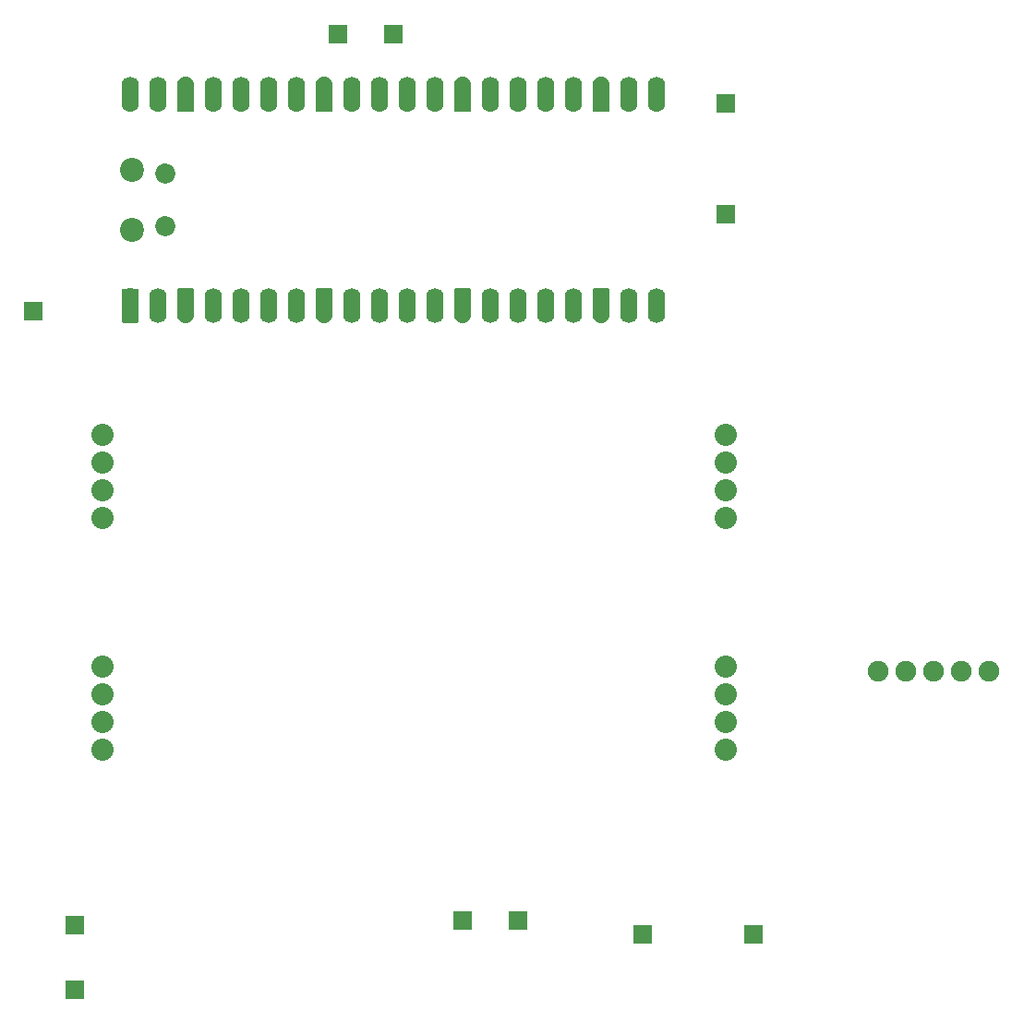
<source format=gts>
%TF.GenerationSoftware,KiCad,Pcbnew,9.0.2*%
%TF.CreationDate,2025-06-21T00:54:49+02:00*%
%TF.ProjectId,schaltung_labor_netzteil_display,73636861-6c74-4756-9e67-5f6c61626f72,rev?*%
%TF.SameCoordinates,Original*%
%TF.FileFunction,Soldermask,Top*%
%TF.FilePolarity,Negative*%
%FSLAX46Y46*%
G04 Gerber Fmt 4.6, Leading zero omitted, Abs format (unit mm)*
G04 Created by KiCad (PCBNEW 9.0.2) date 2025-06-21 00:54:49*
%MOMM*%
%LPD*%
G01*
G04 APERTURE LIST*
G04 Aperture macros list*
%AMRoundRect*
0 Rectangle with rounded corners*
0 $1 Rounding radius*
0 $2 $3 $4 $5 $6 $7 $8 $9 X,Y pos of 4 corners*
0 Add a 4 corners polygon primitive as box body*
4,1,4,$2,$3,$4,$5,$6,$7,$8,$9,$2,$3,0*
0 Add four circle primitives for the rounded corners*
1,1,$1+$1,$2,$3*
1,1,$1+$1,$4,$5*
1,1,$1+$1,$6,$7*
1,1,$1+$1,$8,$9*
0 Add four rect primitives between the rounded corners*
20,1,$1+$1,$2,$3,$4,$5,0*
20,1,$1+$1,$4,$5,$6,$7,0*
20,1,$1+$1,$6,$7,$8,$9,0*
20,1,$1+$1,$8,$9,$2,$3,0*%
%AMFreePoly0*
4,1,37,0.800000,0.796148,0.878414,0.796148,1.032228,0.765552,1.177117,0.705537,1.307515,0.618408,1.418408,0.507515,1.505537,0.377117,1.565552,0.232228,1.596148,0.078414,1.596148,-0.078414,1.565552,-0.232228,1.505537,-0.377117,1.418408,-0.507515,1.307515,-0.618408,1.177117,-0.705537,1.032228,-0.765552,0.878414,-0.796148,0.800000,-0.796148,0.800000,-0.800000,-1.400000,-0.800000,
-1.403843,-0.796157,-1.439018,-0.796157,-1.511114,-0.766294,-1.566294,-0.711114,-1.596157,-0.639018,-1.596157,-0.603843,-1.600000,-0.600000,-1.600000,0.600000,-1.596157,0.603843,-1.596157,0.639018,-1.566294,0.711114,-1.511114,0.766294,-1.439018,0.796157,-1.403843,0.796157,-1.400000,0.800000,0.800000,0.800000,0.800000,0.796148,0.800000,0.796148,$1*%
%AMFreePoly1*
4,1,37,1.403843,0.796157,1.439018,0.796157,1.511114,0.766294,1.566294,0.711114,1.596157,0.639018,1.596157,0.603843,1.600000,0.600000,1.600000,-0.600000,1.596157,-0.603843,1.596157,-0.639018,1.566294,-0.711114,1.511114,-0.766294,1.439018,-0.796157,1.403843,-0.796157,1.400000,-0.800000,-0.800000,-0.800000,-0.800000,-0.796148,-0.878414,-0.796148,-1.032228,-0.765552,-1.177117,-0.705537,
-1.307515,-0.618408,-1.418408,-0.507515,-1.505537,-0.377117,-1.565552,-0.232228,-1.596148,-0.078414,-1.596148,0.078414,-1.565552,0.232228,-1.505537,0.377117,-1.418408,0.507515,-1.307515,0.618408,-1.177117,0.705537,-1.032228,0.765552,-0.878414,0.796148,-0.800000,0.796148,-0.800000,0.800000,1.400000,0.800000,1.403843,0.796157,1.403843,0.796157,$1*%
%AMFreePoly2*
4,1,37,0.603843,0.796157,0.639018,0.796157,0.711114,0.766294,0.766294,0.711114,0.796157,0.639018,0.796157,0.603843,0.800000,0.600000,0.800000,-0.600000,0.796157,-0.603843,0.796157,-0.639018,0.766294,-0.711114,0.711114,-0.766294,0.639018,-0.796157,0.603843,-0.796157,0.600000,-0.800000,0.000000,-0.800000,0.000000,-0.796148,-0.078414,-0.796148,-0.232228,-0.765552,-0.377117,-0.705537,
-0.507515,-0.618408,-0.618408,-0.507515,-0.705537,-0.377117,-0.765552,-0.232228,-0.796148,-0.078414,-0.796148,0.078414,-0.765552,0.232228,-0.705537,0.377117,-0.618408,0.507515,-0.507515,0.618408,-0.377117,0.705537,-0.232228,0.765552,-0.078414,0.796148,0.000000,0.796148,0.000000,0.800000,0.600000,0.800000,0.603843,0.796157,0.603843,0.796157,$1*%
%AMFreePoly3*
4,1,37,0.000000,0.796148,0.078414,0.796148,0.232228,0.765552,0.377117,0.705537,0.507515,0.618408,0.618408,0.507515,0.705537,0.377117,0.765552,0.232228,0.796148,0.078414,0.796148,-0.078414,0.765552,-0.232228,0.705537,-0.377117,0.618408,-0.507515,0.507515,-0.618408,0.377117,-0.705537,0.232228,-0.765552,0.078414,-0.796148,0.000000,-0.796148,0.000000,-0.800000,-0.600000,-0.800000,
-0.603843,-0.796157,-0.639018,-0.796157,-0.711114,-0.766294,-0.766294,-0.711114,-0.796157,-0.639018,-0.796157,-0.603843,-0.800000,-0.600000,-0.800000,0.600000,-0.796157,0.603843,-0.796157,0.639018,-0.766294,0.711114,-0.711114,0.766294,-0.639018,0.796157,-0.603843,0.796157,-0.600000,0.800000,0.000000,0.800000,0.000000,0.796148,0.000000,0.796148,$1*%
G04 Aperture macros list end*
%ADD10R,1.700000X1.700000*%
%ADD11C,2.032000*%
%ADD12C,1.900000*%
%ADD13C,2.200000*%
%ADD14C,1.850000*%
%ADD15FreePoly0,90.000000*%
%ADD16RoundRect,0.200000X0.600000X-0.600000X0.600000X0.600000X-0.600000X0.600000X-0.600000X-0.600000X0*%
%ADD17RoundRect,0.800000X0.000010X-0.800000X0.000010X0.800000X-0.000010X0.800000X-0.000010X-0.800000X0*%
%ADD18C,1.600000*%
%ADD19FreePoly1,90.000000*%
%ADD20FreePoly2,90.000000*%
%ADD21FreePoly3,90.000000*%
G04 APERTURE END LIST*
D10*
%TO.C,J11*%
X223520000Y-104140000D03*
%TD*%
D11*
%TO.C,U2*%
X185374440Y-80875320D03*
X242524440Y-80875320D03*
X185374440Y-83415320D03*
X242524440Y-83415320D03*
X185374440Y-85955320D03*
X242524440Y-85955320D03*
X185374440Y-88495320D03*
X242524440Y-88495320D03*
%TD*%
D10*
%TO.C,J9*%
X207010000Y-22860000D03*
%TD*%
%TO.C,J7*%
X242570000Y-29210000D03*
%TD*%
D11*
%TO.C,U1*%
X185420000Y-59660000D03*
X242570000Y-59660000D03*
X185420000Y-62200000D03*
X242570000Y-62200000D03*
X185420000Y-64740000D03*
X242570000Y-64740000D03*
X185420000Y-67280000D03*
X242570000Y-67280000D03*
%TD*%
D10*
%TO.C,J8*%
X212090000Y-22860000D03*
%TD*%
%TO.C,J2*%
X182880000Y-110490000D03*
%TD*%
D12*
%TO.C,U3*%
X256540000Y-81280000D03*
X259080000Y-81280000D03*
X261620000Y-81280000D03*
X264160000Y-81280000D03*
X266700000Y-81280000D03*
%TD*%
D10*
%TO.C,J4*%
X245110000Y-105410000D03*
%TD*%
%TO.C,J3*%
X234950000Y-105410000D03*
%TD*%
%TO.C,J5*%
X179070000Y-48260000D03*
%TD*%
D13*
%TO.C,A1*%
X188090000Y-40825000D03*
D14*
X191120000Y-40525000D03*
X191120000Y-35675000D03*
D13*
X188090000Y-35375000D03*
D15*
X187960000Y-47790000D03*
D16*
X187960000Y-46990000D03*
D17*
X190500000Y-47790000D03*
D18*
X190500000Y-46990000D03*
D19*
X193040000Y-47790000D03*
D20*
X193040000Y-46990000D03*
D17*
X195580000Y-47790000D03*
D18*
X195580000Y-46990000D03*
D17*
X198120000Y-47790000D03*
D18*
X198120000Y-46990000D03*
D17*
X200660000Y-47790000D03*
D18*
X200660000Y-46990000D03*
D17*
X203200000Y-47790000D03*
D18*
X203200000Y-46990000D03*
D19*
X205740000Y-47790000D03*
D20*
X205740000Y-46990000D03*
D17*
X208280000Y-47790000D03*
D18*
X208280000Y-46990000D03*
D17*
X210820000Y-47790000D03*
D18*
X210820000Y-46990000D03*
D17*
X213360000Y-47790000D03*
D18*
X213360000Y-46990000D03*
D17*
X215900000Y-47790000D03*
D18*
X215900000Y-46990000D03*
D19*
X218440000Y-47790000D03*
D20*
X218440000Y-46990000D03*
D17*
X220980000Y-47790000D03*
D18*
X220980000Y-46990000D03*
D17*
X223520000Y-47790000D03*
D18*
X223520000Y-46990000D03*
D17*
X226060000Y-47790000D03*
D18*
X226060000Y-46990000D03*
D17*
X228600000Y-47790000D03*
D18*
X228600000Y-46990000D03*
D19*
X231140000Y-47790000D03*
D20*
X231140000Y-46990000D03*
D17*
X233680000Y-47790000D03*
D18*
X233680000Y-46990000D03*
D17*
X236220000Y-47790000D03*
D18*
X236220000Y-46990000D03*
X236220000Y-29210000D03*
D17*
X236220000Y-28410000D03*
D18*
X233680000Y-29210000D03*
D17*
X233680000Y-28410000D03*
D21*
X231140000Y-29210000D03*
D15*
X231140000Y-28410000D03*
D18*
X228600000Y-29210000D03*
D17*
X228600000Y-28410000D03*
D18*
X226060000Y-29210000D03*
D17*
X226060000Y-28410000D03*
D18*
X223520000Y-29210000D03*
D17*
X223520000Y-28410000D03*
D18*
X220980000Y-29210000D03*
D17*
X220980000Y-28410000D03*
D21*
X218440000Y-29210000D03*
D15*
X218440000Y-28410000D03*
D18*
X215900000Y-29210000D03*
D17*
X215900000Y-28410000D03*
D18*
X213360000Y-29210000D03*
D17*
X213360000Y-28410000D03*
D18*
X210820000Y-29210000D03*
D17*
X210820000Y-28410000D03*
D18*
X208280000Y-29210000D03*
D17*
X208280000Y-28410000D03*
D21*
X205740000Y-29210000D03*
D15*
X205740000Y-28410000D03*
D18*
X203200000Y-29210000D03*
D17*
X203200000Y-28410000D03*
D18*
X200660000Y-29210000D03*
D17*
X200660000Y-28410000D03*
D18*
X198120000Y-29210000D03*
D17*
X198120000Y-28410000D03*
D18*
X195580000Y-29210000D03*
D17*
X195580000Y-28410000D03*
D21*
X193040000Y-29210000D03*
D15*
X193040000Y-28410000D03*
D18*
X190500000Y-29210000D03*
D17*
X190500000Y-28410000D03*
D18*
X187960000Y-29210000D03*
D17*
X187960000Y-28410000D03*
%TD*%
D10*
%TO.C,J6*%
X242570000Y-39370000D03*
%TD*%
%TO.C,J10*%
X218440000Y-104140000D03*
%TD*%
%TO.C,J1*%
X182880000Y-104620000D03*
%TD*%
M02*

</source>
